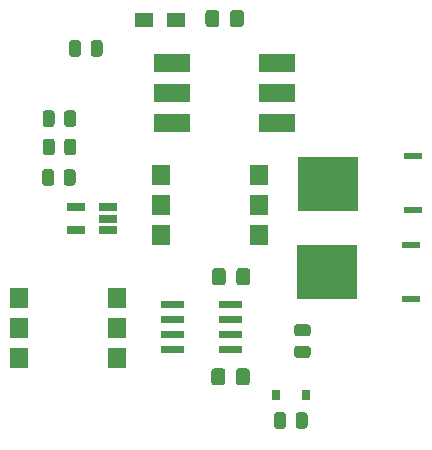
<source format=gbp>
G04 #@! TF.GenerationSoftware,KiCad,Pcbnew,5.1.7-a382d34a8~88~ubuntu18.04.1*
G04 #@! TF.CreationDate,2021-11-20T10:26:25+05:30*
G04 #@! TF.ProjectId,BackEnd_switch_Normal_v1,4261636b-456e-4645-9f73-77697463685f,rev?*
G04 #@! TF.SameCoordinates,Original*
G04 #@! TF.FileFunction,Paste,Bot*
G04 #@! TF.FilePolarity,Positive*
%FSLAX46Y46*%
G04 Gerber Fmt 4.6, Leading zero omitted, Abs format (unit mm)*
G04 Created by KiCad (PCBNEW 5.1.7-a382d34a8~88~ubuntu18.04.1) date 2021-11-20 10:26:25*
%MOMM*%
%LPD*%
G01*
G04 APERTURE LIST*
%ADD10R,1.520000X1.780000*%
%ADD11R,1.500000X0.600000*%
%ADD12R,5.100000X4.600000*%
%ADD13R,0.800000X0.900000*%
%ADD14R,1.500000X1.300000*%
%ADD15R,3.100000X1.600000*%
%ADD16R,1.560000X0.650000*%
G04 APERTURE END LIST*
G36*
G01*
X132846000Y-127829000D02*
X132846000Y-127313000D01*
G75*
G02*
X132888000Y-127271000I42000J0D01*
G01*
X134774000Y-127271000D01*
G75*
G02*
X134816000Y-127313000I0J-42000D01*
G01*
X134816000Y-127829000D01*
G75*
G02*
X134774000Y-127871000I-42000J0D01*
G01*
X132888000Y-127871000D01*
G75*
G02*
X132846000Y-127829000I0J42000D01*
G01*
G37*
G36*
G01*
X132846000Y-126559000D02*
X132846000Y-126043000D01*
G75*
G02*
X132888000Y-126001000I42000J0D01*
G01*
X134774000Y-126001000D01*
G75*
G02*
X134816000Y-126043000I0J-42000D01*
G01*
X134816000Y-126559000D01*
G75*
G02*
X134774000Y-126601000I-42000J0D01*
G01*
X132888000Y-126601000D01*
G75*
G02*
X132846000Y-126559000I0J42000D01*
G01*
G37*
G36*
G01*
X132846000Y-125289000D02*
X132846000Y-124773000D01*
G75*
G02*
X132888000Y-124731000I42000J0D01*
G01*
X134774000Y-124731000D01*
G75*
G02*
X134816000Y-124773000I0J-42000D01*
G01*
X134816000Y-125289000D01*
G75*
G02*
X134774000Y-125331000I-42000J0D01*
G01*
X132888000Y-125331000D01*
G75*
G02*
X132846000Y-125289000I0J42000D01*
G01*
G37*
G36*
G01*
X132846000Y-124019000D02*
X132846000Y-123503000D01*
G75*
G02*
X132888000Y-123461000I42000J0D01*
G01*
X134774000Y-123461000D01*
G75*
G02*
X134816000Y-123503000I0J-42000D01*
G01*
X134816000Y-124019000D01*
G75*
G02*
X134774000Y-124061000I-42000J0D01*
G01*
X132888000Y-124061000D01*
G75*
G02*
X132846000Y-124019000I0J42000D01*
G01*
G37*
G36*
G01*
X127896000Y-124019000D02*
X127896000Y-123503000D01*
G75*
G02*
X127938000Y-123461000I42000J0D01*
G01*
X129824000Y-123461000D01*
G75*
G02*
X129866000Y-123503000I0J-42000D01*
G01*
X129866000Y-124019000D01*
G75*
G02*
X129824000Y-124061000I-42000J0D01*
G01*
X127938000Y-124061000D01*
G75*
G02*
X127896000Y-124019000I0J42000D01*
G01*
G37*
G36*
G01*
X127896000Y-125289000D02*
X127896000Y-124773000D01*
G75*
G02*
X127938000Y-124731000I42000J0D01*
G01*
X129824000Y-124731000D01*
G75*
G02*
X129866000Y-124773000I0J-42000D01*
G01*
X129866000Y-125289000D01*
G75*
G02*
X129824000Y-125331000I-42000J0D01*
G01*
X127938000Y-125331000D01*
G75*
G02*
X127896000Y-125289000I0J42000D01*
G01*
G37*
G36*
G01*
X127896000Y-126559000D02*
X127896000Y-126043000D01*
G75*
G02*
X127938000Y-126001000I42000J0D01*
G01*
X129824000Y-126001000D01*
G75*
G02*
X129866000Y-126043000I0J-42000D01*
G01*
X129866000Y-126559000D01*
G75*
G02*
X129824000Y-126601000I-42000J0D01*
G01*
X127938000Y-126601000D01*
G75*
G02*
X127896000Y-126559000I0J42000D01*
G01*
G37*
G36*
G01*
X127896000Y-127829000D02*
X127896000Y-127313000D01*
G75*
G02*
X127938000Y-127271000I42000J0D01*
G01*
X129824000Y-127271000D01*
G75*
G02*
X129866000Y-127313000I0J-42000D01*
G01*
X129866000Y-127829000D01*
G75*
G02*
X129824000Y-127871000I-42000J0D01*
G01*
X127938000Y-127871000D01*
G75*
G02*
X127896000Y-127829000I0J42000D01*
G01*
G37*
G36*
G01*
X132854000Y-99080300D02*
X132854000Y-100030300D01*
G75*
G02*
X132604000Y-100280300I-250000J0D01*
G01*
X131929000Y-100280300D01*
G75*
G02*
X131679000Y-100030300I0J250000D01*
G01*
X131679000Y-99080300D01*
G75*
G02*
X131929000Y-98830300I250000J0D01*
G01*
X132604000Y-98830300D01*
G75*
G02*
X132854000Y-99080300I0J-250000D01*
G01*
G37*
G36*
G01*
X134929000Y-99080300D02*
X134929000Y-100030300D01*
G75*
G02*
X134679000Y-100280300I-250000J0D01*
G01*
X134004000Y-100280300D01*
G75*
G02*
X133754000Y-100030300I0J250000D01*
G01*
X133754000Y-99080300D01*
G75*
G02*
X134004000Y-98830300I250000J0D01*
G01*
X134679000Y-98830300D01*
G75*
G02*
X134929000Y-99080300I0J-250000D01*
G01*
G37*
G36*
G01*
X134260000Y-130358000D02*
X134260000Y-129408000D01*
G75*
G02*
X134510000Y-129158000I250000J0D01*
G01*
X135185000Y-129158000D01*
G75*
G02*
X135435000Y-129408000I0J-250000D01*
G01*
X135435000Y-130358000D01*
G75*
G02*
X135185000Y-130608000I-250000J0D01*
G01*
X134510000Y-130608000D01*
G75*
G02*
X134260000Y-130358000I0J250000D01*
G01*
G37*
G36*
G01*
X132185000Y-130358000D02*
X132185000Y-129408000D01*
G75*
G02*
X132435000Y-129158000I250000J0D01*
G01*
X133110000Y-129158000D01*
G75*
G02*
X133360000Y-129408000I0J-250000D01*
G01*
X133360000Y-130358000D01*
G75*
G02*
X133110000Y-130608000I-250000J0D01*
G01*
X132435000Y-130608000D01*
G75*
G02*
X132185000Y-130358000I0J250000D01*
G01*
G37*
G36*
G01*
X134300000Y-121884000D02*
X134300000Y-120934000D01*
G75*
G02*
X134550000Y-120684000I250000J0D01*
G01*
X135225000Y-120684000D01*
G75*
G02*
X135475000Y-120934000I0J-250000D01*
G01*
X135475000Y-121884000D01*
G75*
G02*
X135225000Y-122134000I-250000J0D01*
G01*
X134550000Y-122134000D01*
G75*
G02*
X134300000Y-121884000I0J250000D01*
G01*
G37*
G36*
G01*
X132225000Y-121884000D02*
X132225000Y-120934000D01*
G75*
G02*
X132475000Y-120684000I250000J0D01*
G01*
X133150000Y-120684000D01*
G75*
G02*
X133400000Y-120934000I0J-250000D01*
G01*
X133400000Y-121884000D01*
G75*
G02*
X133150000Y-122134000I-250000J0D01*
G01*
X132475000Y-122134000D01*
G75*
G02*
X132225000Y-121884000I0J250000D01*
G01*
G37*
D10*
X124168000Y-128260000D03*
X124168000Y-123180000D03*
X124168000Y-125720000D03*
X115918000Y-128260000D03*
X115918000Y-123180000D03*
X115918000Y-125720000D03*
X127952000Y-112812000D03*
X127952000Y-117892000D03*
X127952000Y-115352000D03*
X136202000Y-112812000D03*
X136202000Y-117892000D03*
X136202000Y-115352000D03*
G36*
G01*
X139313000Y-134031001D02*
X139313000Y-133130999D01*
G75*
G02*
X139562999Y-132881000I249999J0D01*
G01*
X140088001Y-132881000D01*
G75*
G02*
X140338000Y-133130999I0J-249999D01*
G01*
X140338000Y-134031001D01*
G75*
G02*
X140088001Y-134281000I-249999J0D01*
G01*
X139562999Y-134281000D01*
G75*
G02*
X139313000Y-134031001I0J249999D01*
G01*
G37*
G36*
G01*
X137488000Y-134031001D02*
X137488000Y-133130999D01*
G75*
G02*
X137737999Y-132881000I249999J0D01*
G01*
X138263001Y-132881000D01*
G75*
G02*
X138513000Y-133130999I0J-249999D01*
G01*
X138513000Y-134031001D01*
G75*
G02*
X138263001Y-134281000I-249999J0D01*
G01*
X137737999Y-134281000D01*
G75*
G02*
X137488000Y-134031001I0J249999D01*
G01*
G37*
G36*
G01*
X118876000Y-112559999D02*
X118876000Y-113460001D01*
G75*
G02*
X118626001Y-113710000I-249999J0D01*
G01*
X118100999Y-113710000D01*
G75*
G02*
X117851000Y-113460001I0J249999D01*
G01*
X117851000Y-112559999D01*
G75*
G02*
X118100999Y-112310000I249999J0D01*
G01*
X118626001Y-112310000D01*
G75*
G02*
X118876000Y-112559999I0J-249999D01*
G01*
G37*
G36*
G01*
X120701000Y-112559999D02*
X120701000Y-113460001D01*
G75*
G02*
X120451001Y-113710000I-249999J0D01*
G01*
X119925999Y-113710000D01*
G75*
G02*
X119676000Y-113460001I0J249999D01*
G01*
X119676000Y-112559999D01*
G75*
G02*
X119925999Y-112310000I249999J0D01*
G01*
X120451001Y-112310000D01*
G75*
G02*
X120701000Y-112559999I0J-249999D01*
G01*
G37*
G36*
G01*
X140343001Y-126457000D02*
X139442999Y-126457000D01*
G75*
G02*
X139193000Y-126207001I0J249999D01*
G01*
X139193000Y-125681999D01*
G75*
G02*
X139442999Y-125432000I249999J0D01*
G01*
X140343001Y-125432000D01*
G75*
G02*
X140593000Y-125681999I0J-249999D01*
G01*
X140593000Y-126207001D01*
G75*
G02*
X140343001Y-126457000I-249999J0D01*
G01*
G37*
G36*
G01*
X140343001Y-128282000D02*
X139442999Y-128282000D01*
G75*
G02*
X139193000Y-128032001I0J249999D01*
G01*
X139193000Y-127506999D01*
G75*
G02*
X139442999Y-127257000I249999J0D01*
G01*
X140343001Y-127257000D01*
G75*
G02*
X140593000Y-127506999I0J-249999D01*
G01*
X140593000Y-128032001D01*
G75*
G02*
X140343001Y-128282000I-249999J0D01*
G01*
G37*
G36*
G01*
X121154000Y-101629999D02*
X121154000Y-102530001D01*
G75*
G02*
X120904001Y-102780000I-249999J0D01*
G01*
X120378999Y-102780000D01*
G75*
G02*
X120129000Y-102530001I0J249999D01*
G01*
X120129000Y-101629999D01*
G75*
G02*
X120378999Y-101380000I249999J0D01*
G01*
X120904001Y-101380000D01*
G75*
G02*
X121154000Y-101629999I0J-249999D01*
G01*
G37*
G36*
G01*
X122979000Y-101629999D02*
X122979000Y-102530001D01*
G75*
G02*
X122729001Y-102780000I-249999J0D01*
G01*
X122203999Y-102780000D01*
G75*
G02*
X121954000Y-102530001I0J249999D01*
G01*
X121954000Y-101629999D01*
G75*
G02*
X122203999Y-101380000I249999J0D01*
G01*
X122729001Y-101380000D01*
G75*
G02*
X122979000Y-101629999I0J-249999D01*
G01*
G37*
D11*
X149120000Y-123255000D03*
X149120000Y-118685000D03*
D12*
X141960000Y-121035000D03*
D11*
X149219000Y-115798000D03*
X149219000Y-111228000D03*
D12*
X142059000Y-113578000D03*
G36*
G01*
X119725000Y-110874001D02*
X119725000Y-109973999D01*
G75*
G02*
X119974999Y-109724000I249999J0D01*
G01*
X120500001Y-109724000D01*
G75*
G02*
X120750000Y-109973999I0J-249999D01*
G01*
X120750000Y-110874001D01*
G75*
G02*
X120500001Y-111124000I-249999J0D01*
G01*
X119974999Y-111124000D01*
G75*
G02*
X119725000Y-110874001I0J249999D01*
G01*
G37*
G36*
G01*
X117900000Y-110874001D02*
X117900000Y-109973999D01*
G75*
G02*
X118149999Y-109724000I249999J0D01*
G01*
X118675001Y-109724000D01*
G75*
G02*
X118925000Y-109973999I0J-249999D01*
G01*
X118925000Y-110874001D01*
G75*
G02*
X118675001Y-111124000I-249999J0D01*
G01*
X118149999Y-111124000D01*
G75*
G02*
X117900000Y-110874001I0J249999D01*
G01*
G37*
G36*
G01*
X119711000Y-108474001D02*
X119711000Y-107573999D01*
G75*
G02*
X119960999Y-107324000I249999J0D01*
G01*
X120486001Y-107324000D01*
G75*
G02*
X120736000Y-107573999I0J-249999D01*
G01*
X120736000Y-108474001D01*
G75*
G02*
X120486001Y-108724000I-249999J0D01*
G01*
X119960999Y-108724000D01*
G75*
G02*
X119711000Y-108474001I0J249999D01*
G01*
G37*
G36*
G01*
X117886000Y-108474001D02*
X117886000Y-107573999D01*
G75*
G02*
X118135999Y-107324000I249999J0D01*
G01*
X118661001Y-107324000D01*
G75*
G02*
X118911000Y-107573999I0J-249999D01*
G01*
X118911000Y-108474001D01*
G75*
G02*
X118661001Y-108724000I-249999J0D01*
G01*
X118135999Y-108724000D01*
G75*
G02*
X117886000Y-108474001I0J249999D01*
G01*
G37*
D13*
X140178000Y-131392000D03*
X137638000Y-131392000D03*
D14*
X129196000Y-99669600D03*
X126496000Y-99669600D03*
D15*
X137724000Y-103287000D03*
X128834000Y-108367000D03*
X137724000Y-105827000D03*
X128834000Y-105827000D03*
X137724000Y-108367000D03*
X128834000Y-103287000D03*
D16*
X120738000Y-115534000D03*
X120738000Y-117434000D03*
X123438000Y-117434000D03*
X123438000Y-116484000D03*
X123438000Y-115534000D03*
M02*

</source>
